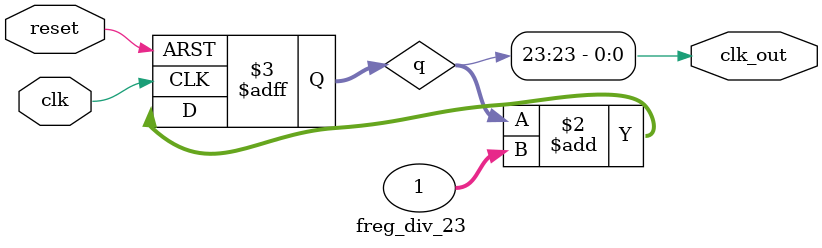
<source format=sv>
module freg_div_23(
	input clk, 
	input reset,
	output logic clk_out
);

	logic [31:0] q;
	
	always @(posedge clk or posedge reset)
	begin
		if(reset)
			q <= 0;
		else
			q <= q + 1;
	end
	
	assign clk_out = q[23];
endmodule

</source>
